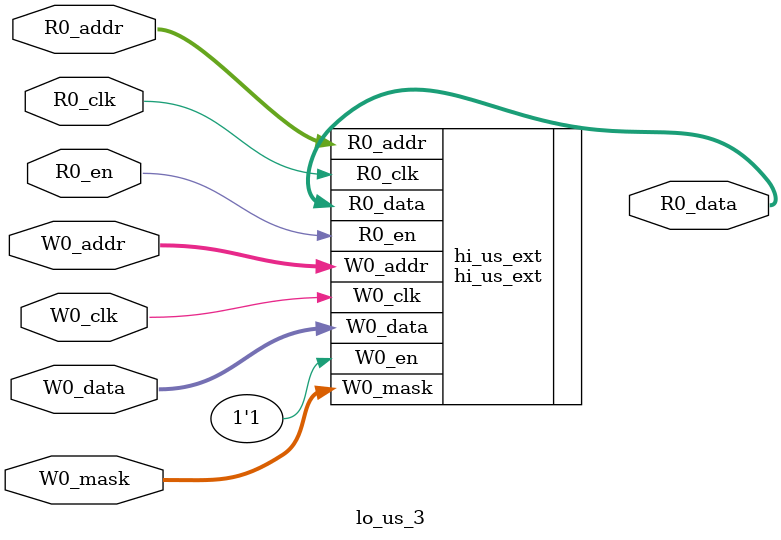
<source format=sv>
`ifndef RANDOMIZE
  `ifdef RANDOMIZE_REG_INIT
    `define RANDOMIZE
  `endif // RANDOMIZE_REG_INIT
`endif // not def RANDOMIZE
`ifndef RANDOMIZE
  `ifdef RANDOMIZE_MEM_INIT
    `define RANDOMIZE
  `endif // RANDOMIZE_MEM_INIT
`endif // not def RANDOMIZE

`ifndef RANDOM
  `define RANDOM $random
`endif // not def RANDOM

// Users can define 'PRINTF_COND' to add an extra gate to prints.
`ifndef PRINTF_COND_
  `ifdef PRINTF_COND
    `define PRINTF_COND_ (`PRINTF_COND)
  `else  // PRINTF_COND
    `define PRINTF_COND_ 1
  `endif // PRINTF_COND
`endif // not def PRINTF_COND_

// Users can define 'ASSERT_VERBOSE_COND' to add an extra gate to assert error printing.
`ifndef ASSERT_VERBOSE_COND_
  `ifdef ASSERT_VERBOSE_COND
    `define ASSERT_VERBOSE_COND_ (`ASSERT_VERBOSE_COND)
  `else  // ASSERT_VERBOSE_COND
    `define ASSERT_VERBOSE_COND_ 1
  `endif // ASSERT_VERBOSE_COND
`endif // not def ASSERT_VERBOSE_COND_

// Users can define 'STOP_COND' to add an extra gate to stop conditions.
`ifndef STOP_COND_
  `ifdef STOP_COND
    `define STOP_COND_ (`STOP_COND)
  `else  // STOP_COND
    `define STOP_COND_ 1
  `endif // STOP_COND
`endif // not def STOP_COND_

// Users can define INIT_RANDOM as general code that gets injected into the
// initializer block for modules with registers.
`ifndef INIT_RANDOM
  `define INIT_RANDOM
`endif // not def INIT_RANDOM

// If using random initialization, you can also define RANDOMIZE_DELAY to
// customize the delay used, otherwise 0.002 is used.
`ifndef RANDOMIZE_DELAY
  `define RANDOMIZE_DELAY 0.002
`endif // not def RANDOMIZE_DELAY

// Define INIT_RANDOM_PROLOG_ for use in our modules below.
`ifndef INIT_RANDOM_PROLOG_
  `ifdef RANDOMIZE
    `ifdef VERILATOR
      `define INIT_RANDOM_PROLOG_ `INIT_RANDOM
    `else  // VERILATOR
      `define INIT_RANDOM_PROLOG_ `INIT_RANDOM #`RANDOMIZE_DELAY begin end
    `endif // VERILATOR
  `else  // RANDOMIZE
    `define INIT_RANDOM_PROLOG_
  `endif // RANDOMIZE
`endif // not def INIT_RANDOM_PROLOG_

module lo_us_3(	// @[tage.scala:90:27]
  input  [6:0] R0_addr,
  input        R0_en,
               R0_clk,
  input  [6:0] W0_addr,
  input        W0_clk,
  input  [3:0] W0_data,
               W0_mask,
  output [3:0] R0_data
);

  hi_us_ext hi_us_ext (	// @[tage.scala:90:27]
    .R0_addr (R0_addr),
    .R0_en   (R0_en),
    .R0_clk  (R0_clk),
    .W0_addr (W0_addr),
    .W0_en   (1'h1),
    .W0_clk  (W0_clk),
    .W0_data (W0_data),
    .W0_mask (W0_mask),
    .R0_data (R0_data)
  );
endmodule


</source>
